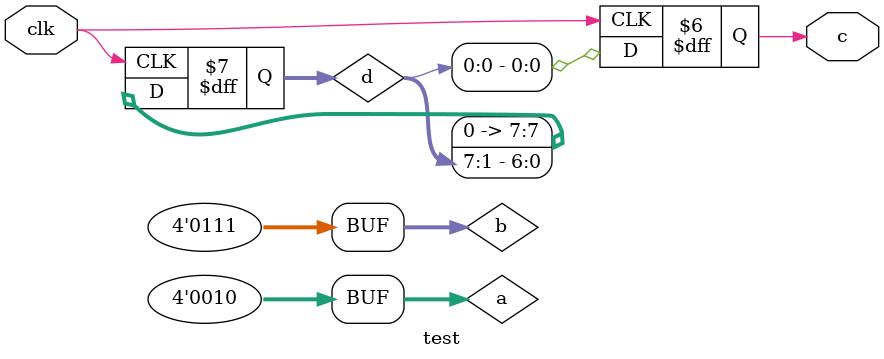
<source format=v>
`timescale 1ns / 1ps
module test(input clk, output reg c);
reg [3:0]a=4'b0010;
reg [3:0]b=4'b0111;
reg [7:0]d=8'b11100011;

always@(posedge clk)
begin 
	c=d[0];
	d=d>>1;
end
endmodule

</source>
